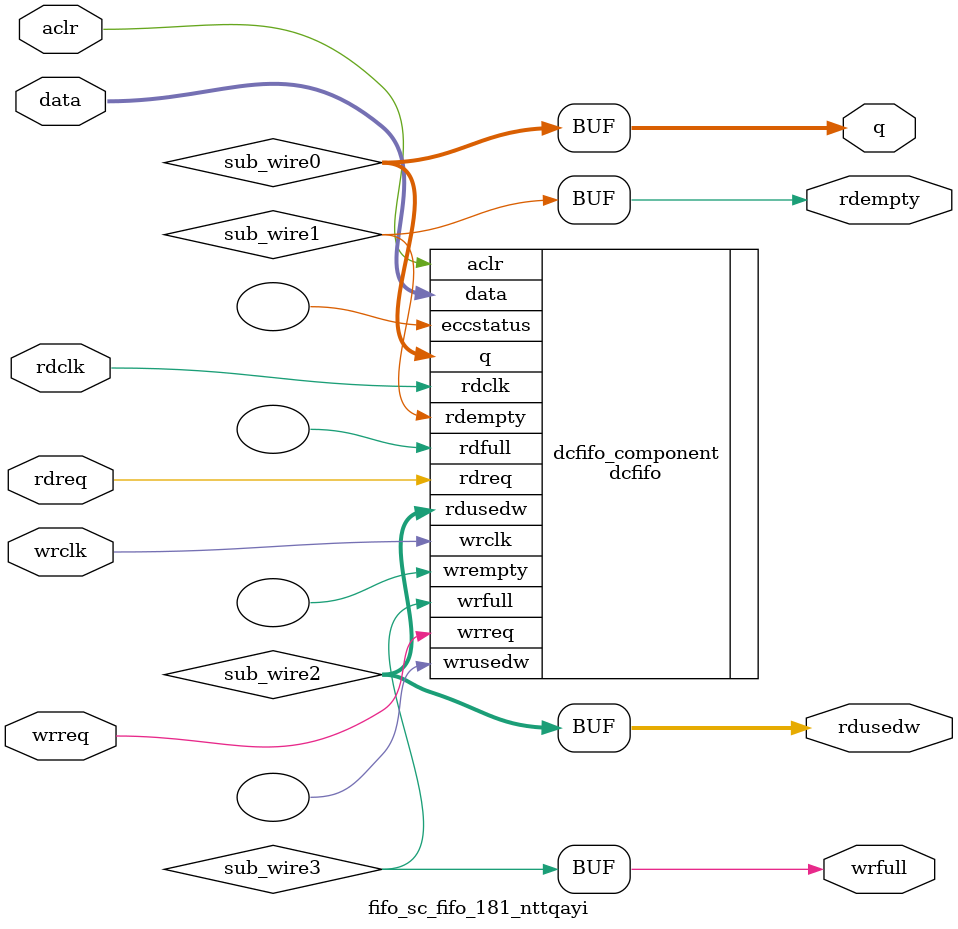
<source format=v>



`timescale 1 ps / 1 ps
// synopsys translate_on
module  fifo_sc_fifo_181_nttqayi  (
    aclr,
    data,
    rdclk,
    rdreq,
    wrclk,
    wrreq,
    q,
    rdempty,
    rdusedw,
    wrfull);

    input    aclr;
    input  [511:0]  data;
    input    rdclk;
    input    rdreq;
    input    wrclk;
    input    wrreq;
    output [511:0]  q;
    output   rdempty;
    output [6:0]  rdusedw;
    output   wrfull;
`ifndef ALTERA_RESERVED_QIS
// synopsys translate_off
`endif
    tri0     aclr;
`ifndef ALTERA_RESERVED_QIS
// synopsys translate_on
`endif

    wire [511:0] sub_wire0;
    wire  sub_wire1;
    wire [6:0] sub_wire2;
    wire  sub_wire3;
    wire [511:0] q = sub_wire0[511:0];
    wire  rdempty = sub_wire1;
    wire [6:0] rdusedw = sub_wire2[6:0];
    wire  wrfull = sub_wire3;

    dcfifo  dcfifo_component (
                .aclr (aclr),
                .data (data),
                .rdclk (rdclk),
                .rdreq (rdreq),
                .wrclk (wrclk),
                .wrreq (wrreq),
                .q (sub_wire0),
                .rdempty (sub_wire1),
                .rdusedw (sub_wire2),
                .wrfull (sub_wire3),
                .eccstatus (),
                .rdfull (),
                .wrempty (),
                .wrusedw ());
    defparam
        dcfifo_component.enable_ecc  = "FALSE",
        dcfifo_component.intended_device_family  = "Arria 10",
        dcfifo_component.lpm_hint  = "DISABLE_DCFIFO_EMBEDDED_TIMING_CONSTRAINT=TRUE",
        dcfifo_component.lpm_numwords  = 128,
        dcfifo_component.lpm_showahead  = "ON",
        dcfifo_component.lpm_type  = "dcfifo",
        dcfifo_component.lpm_width  = 512,
        dcfifo_component.lpm_widthu  = 7,
        dcfifo_component.overflow_checking  = "ON",
        dcfifo_component.rdsync_delaypipe  = 4,
        dcfifo_component.read_aclr_synch  = "OFF",
        dcfifo_component.underflow_checking  = "ON",
        dcfifo_component.use_eab  = "ON",
        dcfifo_component.write_aclr_synch  = "OFF",
        dcfifo_component.wrsync_delaypipe  = 4;


endmodule



</source>
